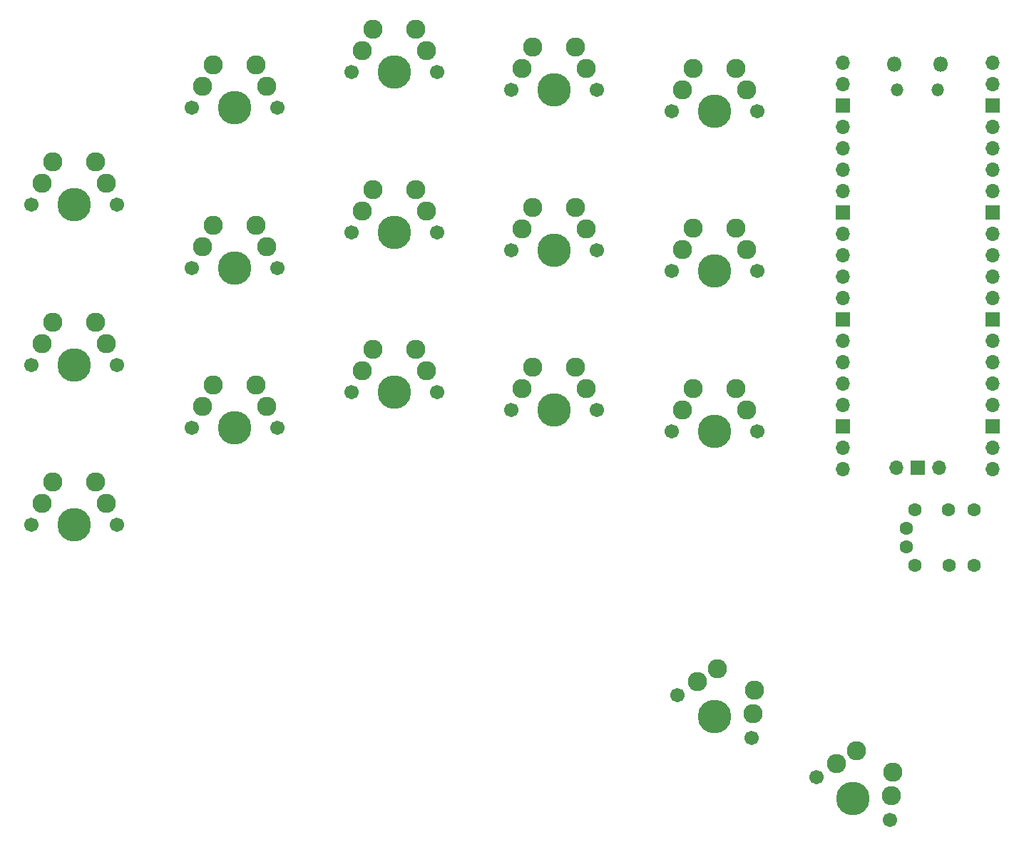
<source format=gts>
G04 #@! TF.GenerationSoftware,KiCad,Pcbnew,8.0.1*
G04 #@! TF.CreationDate,2024-03-26T16:54:54+00:00*
G04 #@! TF.ProjectId,eobard,656f6261-7264-42e6-9b69-6361645f7063,1.0*
G04 #@! TF.SameCoordinates,Original*
G04 #@! TF.FileFunction,Soldermask,Top*
G04 #@! TF.FilePolarity,Negative*
%FSLAX46Y46*%
G04 Gerber Fmt 4.6, Leading zero omitted, Abs format (unit mm)*
G04 Created by KiCad (PCBNEW 8.0.1) date 2024-03-26 16:54:54*
%MOMM*%
%LPD*%
G01*
G04 APERTURE LIST*
%ADD10C,1.701800*%
%ADD11C,3.987800*%
%ADD12C,2.286000*%
%ADD13C,1.600000*%
%ADD14O,1.800000X1.800000*%
%ADD15O,1.500000X1.500000*%
%ADD16O,1.700000X1.700000*%
%ADD17R,1.700000X1.700000*%
G04 APERTURE END LIST*
D10*
X104420000Y-52695000D03*
D11*
X109500000Y-52695000D03*
D10*
X114580000Y-52695000D03*
D12*
X105690000Y-50155000D03*
X106960000Y-47615000D03*
X112040000Y-47615000D03*
X113310000Y-50155000D03*
D10*
X123420000Y-67445000D03*
D11*
X128500000Y-67445000D03*
D10*
X133580000Y-67445000D03*
D12*
X124690000Y-64905000D03*
X125960000Y-62365000D03*
X131040000Y-62365000D03*
X132310000Y-64905000D03*
D10*
X104420000Y-71695000D03*
D11*
X109500000Y-71695000D03*
D10*
X114580000Y-71695000D03*
D12*
X105690000Y-69155000D03*
X106960000Y-66615000D03*
X112040000Y-66615000D03*
X113310000Y-69155000D03*
D10*
X161420000Y-91080000D03*
D11*
X166500000Y-91080000D03*
D10*
X171580000Y-91080000D03*
D12*
X162690000Y-88540000D03*
X163960000Y-86000000D03*
X169040000Y-86000000D03*
X170310000Y-88540000D03*
D10*
X142420000Y-88570000D03*
D11*
X147500000Y-88570000D03*
D10*
X152580000Y-88570000D03*
D12*
X143690000Y-86030000D03*
X144960000Y-83490000D03*
X150040000Y-83490000D03*
X151310000Y-86030000D03*
D10*
X142420000Y-50570000D03*
D11*
X147500000Y-50570000D03*
D10*
X152580000Y-50570000D03*
D12*
X143690000Y-48030000D03*
X144960000Y-45490000D03*
X150040000Y-45490000D03*
X151310000Y-48030000D03*
D10*
X142420000Y-69570000D03*
D11*
X147500000Y-69570000D03*
D10*
X152580000Y-69570000D03*
D12*
X143690000Y-67030000D03*
X144960000Y-64490000D03*
X150040000Y-64490000D03*
X151310000Y-67030000D03*
D13*
X190327000Y-106975000D03*
X194327000Y-106975000D03*
X197327000Y-106975000D03*
X189327000Y-102575000D03*
D10*
X178576591Y-132133000D03*
D11*
X182976000Y-134673000D03*
D10*
X187375409Y-137213000D03*
D12*
X180946443Y-130568295D03*
X183316295Y-129003591D03*
X187715705Y-131543591D03*
X187545557Y-134378295D03*
D10*
X85420000Y-64195000D03*
D11*
X90500000Y-64195000D03*
D10*
X95580000Y-64195000D03*
D12*
X86690000Y-61655000D03*
X87960000Y-59115000D03*
X93040000Y-59115000D03*
X94310000Y-61655000D03*
D10*
X85420000Y-83195000D03*
D11*
X90500000Y-83195000D03*
D10*
X95580000Y-83195000D03*
D12*
X86690000Y-80655000D03*
X87960000Y-78115000D03*
X93040000Y-78115000D03*
X94310000Y-80655000D03*
D10*
X104420000Y-90695000D03*
D11*
X109500000Y-90695000D03*
D10*
X114580000Y-90695000D03*
D12*
X105690000Y-88155000D03*
X106960000Y-85615000D03*
X112040000Y-85615000D03*
X113310000Y-88155000D03*
D10*
X161420000Y-72080000D03*
D11*
X166500000Y-72080000D03*
D10*
X171580000Y-72080000D03*
D12*
X162690000Y-69540000D03*
X163960000Y-67000000D03*
X169040000Y-67000000D03*
X170310000Y-69540000D03*
D10*
X123420000Y-86445000D03*
D11*
X128500000Y-86445000D03*
D10*
X133580000Y-86445000D03*
D12*
X124690000Y-83905000D03*
X125960000Y-81365000D03*
X131040000Y-81365000D03*
X132310000Y-83905000D03*
D14*
X187885000Y-47490000D03*
D15*
X188185000Y-50520000D03*
X193035000Y-50520000D03*
D14*
X193335000Y-47490000D03*
D16*
X181720000Y-47360000D03*
X181720000Y-49900000D03*
D17*
X181720000Y-52440000D03*
D16*
X181720000Y-54980000D03*
X181720000Y-57520000D03*
X181720000Y-60060000D03*
X181720000Y-62600000D03*
D17*
X181720000Y-65140000D03*
D16*
X181720000Y-67680000D03*
X181720000Y-70220000D03*
X181720000Y-72760000D03*
X181720000Y-75300000D03*
D17*
X181720000Y-77840000D03*
D16*
X181720000Y-80380000D03*
X181720000Y-82920000D03*
X181720000Y-85460000D03*
X181720000Y-88000000D03*
D17*
X181720000Y-90540000D03*
D16*
X181720000Y-93080000D03*
X181720000Y-95620000D03*
X199500000Y-95620000D03*
X199500000Y-93080000D03*
D17*
X199500000Y-90540000D03*
D16*
X199500000Y-88000000D03*
X199500000Y-85460000D03*
X199500000Y-82920000D03*
X199500000Y-80380000D03*
D17*
X199500000Y-77840000D03*
D16*
X199500000Y-75300000D03*
X199500000Y-72760000D03*
X199500000Y-70220000D03*
X199500000Y-67680000D03*
D17*
X199500000Y-65140000D03*
D16*
X199500000Y-62600000D03*
X199500000Y-60060000D03*
X199500000Y-57520000D03*
X199500000Y-54980000D03*
D17*
X199500000Y-52440000D03*
D16*
X199500000Y-49900000D03*
X199500000Y-47360000D03*
X188070000Y-95390000D03*
D17*
X190610000Y-95390000D03*
D16*
X193150000Y-95390000D03*
D10*
X162100591Y-122400000D03*
D11*
X166500000Y-124940000D03*
D10*
X170899409Y-127480000D03*
D12*
X164470443Y-120835295D03*
X166840295Y-119270591D03*
X171239705Y-121810591D03*
X171069557Y-124645295D03*
D10*
X85420000Y-102195000D03*
D11*
X90500000Y-102195000D03*
D10*
X95580000Y-102195000D03*
D12*
X86690000Y-99655000D03*
X87960000Y-97115000D03*
X93040000Y-97115000D03*
X94310000Y-99655000D03*
D10*
X123420000Y-48445000D03*
D11*
X128500000Y-48445000D03*
D10*
X133580000Y-48445000D03*
D12*
X124690000Y-45905000D03*
X125960000Y-43365000D03*
X131040000Y-43365000D03*
X132310000Y-45905000D03*
D10*
X161420000Y-53080000D03*
D11*
X166500000Y-53080000D03*
D10*
X171580000Y-53080000D03*
D12*
X162690000Y-50540000D03*
X163960000Y-48000000D03*
X169040000Y-48000000D03*
X170310000Y-50540000D03*
D13*
X190305000Y-100416000D03*
X194305000Y-100416000D03*
X197305000Y-100416000D03*
X189305000Y-104816000D03*
M02*

</source>
